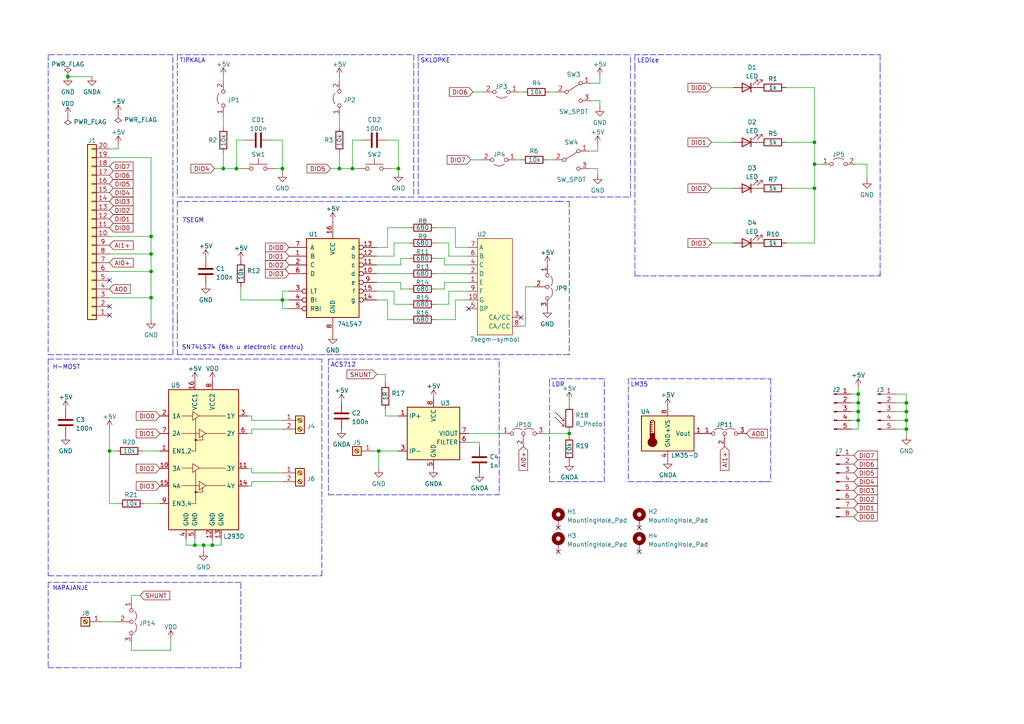
<source format=kicad_sch>
(kicad_sch (version 20211123) (generator eeschema)
  (paper "A4")
  (title_block (title "myDAQExpansionBoard") (date "2022-07-24") (rev "1") (company "TVZ"))
  (junction (at 59.055 158.115))
  (junction (at 248.92 116.84))
  (junction (at 56.515 158.115))
  (junction (at 248.92 114.3))
  (junction (at 61.595 158.115))
  (junction (at 262.89 124.46))
  (junction (at 236.22 47.625))
  (junction (at 262.89 121.92))
  (junction (at 109.855 130.81))
  (junction (at 68.58 48.895))
  (junction (at 115.57 48.895))
  (junction (at 81.915 48.895))
  (junction (at 236.22 54.61))
  (junction (at 102.235 48.895))
  (junction (at 165.1 125.73))
  (junction (at 31.75 130.81))
  (junction (at 236.22 41.275))
  (junction (at 248.92 121.92))
  (junction (at 262.89 119.38))
  (junction (at 19.685 22.225))
  (junction (at 43.815 73.66))
  (junction (at 81.915 86.995))
  (junction (at 43.815 78.74))
  (junction (at 43.815 86.36))
  (junction (at 64.77 48.895))
  (junction (at 262.89 116.84))
  (junction (at 98.425 48.895))
  (junction (at 248.92 119.38))
  (junction (at 43.815 68.58))
  (no_connect (at 151.13 92.075))
  (no_connect (at 185.42 153.035))
  (no_connect (at 135.89 89.535))
  (no_connect (at 31.75 88.9))
  (no_connect (at 31.75 81.28))
  (no_connect (at 31.75 91.44))
  (no_connect (at 185.42 160.02))
  (no_connect (at 161.925 153.035))
  (no_connect (at 161.925 160.02))
  (wire (pts (xy 43.815 86.36) (xy 43.815 78.74)))
  (wire (pts (xy 236.22 54.61) (xy 236.22 47.625)))
  (wire (pts (xy 62.23 48.895) (xy 64.77 48.895)))
  (wire (pts (xy 80.01 48.895) (xy 81.915 48.895)))
  (wire (pts (xy 251.46 47.625) (xy 248.285 47.625)))
  (wire (pts (xy 112.395 40.64) (xy 115.57 40.64)))
  (wire (pts (xy 259.715 121.92) (xy 262.89 121.92)))
  (polyline (pts (xy 165.1 102.87) (xy 51.435 102.87)))
  (wire (pts (xy 31.75 124.46) (xy 31.75 130.81)))
  (polyline (pts (xy 220.345 109.855) (xy 223.52 109.855)))
  (wire (pts (xy 137.16 26.67) (xy 140.335 26.67)))
  (wire (pts (xy 81.915 86.995) (xy 69.85 86.995)))
  (wire (pts (xy 238.125 47.625) (xy 236.22 47.625)))
  (wire (pts (xy 115.57 40.64) (xy 115.57 48.895)))
  (wire (pts (xy 31.75 43.18) (xy 34.29 43.18)))
  (polyline (pts (xy 51.435 15.875) (xy 120.015 15.875)))
  (wire (pts (xy 128.905 81.915) (xy 128.905 83.82)))
  (wire (pts (xy 158.75 46.355) (xy 160.655 46.355)))
  (wire (pts (xy 126.365 79.375) (xy 135.89 79.375)))
  (wire (pts (xy 236.22 47.625) (xy 236.22 41.275)))
  (polyline (pts (xy 121.285 57.15) (xy 182.88 57.15)))
  (polyline (pts (xy 51.435 58.42) (xy 51.435 93.98)))
  (wire (pts (xy 112.395 86.995) (xy 109.22 86.995)))
  (wire (pts (xy 248.92 114.3) (xy 248.92 116.84)))
  (polyline (pts (xy 69.85 193.675) (xy 69.85 168.91)))
  (wire (pts (xy 135.89 125.73) (xy 145.415 125.73)))
  (wire (pts (xy 149.86 46.355) (xy 151.13 46.355)))
  (polyline (pts (xy 184.15 80.01) (xy 233.68 80.01)))
  (wire (pts (xy 73.025 121.92) (xy 81.915 121.92)))
  (wire (pts (xy 118.745 92.71) (xy 112.395 92.71)))
  (polyline (pts (xy 13.97 102.87) (xy 50.165 102.87)))
  (wire (pts (xy 114.3 70.485) (xy 114.3 74.295)))
  (wire (pts (xy 116.205 83.82) (xy 116.205 81.915)))
  (wire (pts (xy 68.58 48.895) (xy 69.85 48.895)))
  (wire (pts (xy 109.22 108.585) (xy 111.76 108.585)))
  (wire (pts (xy 31.75 68.58) (xy 43.815 68.58)))
  (polyline (pts (xy 184.15 15.875) (xy 184.15 19.05)))
  (wire (pts (xy 81.915 84.455) (xy 81.915 86.995)))
  (polyline (pts (xy 121.285 15.875) (xy 121.285 57.15)))
  (polyline (pts (xy 13.97 193.675) (xy 52.07 193.675)))
  (polyline (pts (xy 223.52 109.855) (xy 223.52 139.7)))
  (wire (pts (xy 19.685 22.225) (xy 26.67 22.225)))
  (polyline (pts (xy 175.26 139.7) (xy 175.26 109.855)))
  (wire (pts (xy 154.94 83.185) (xy 152.4 83.185)))
  (wire (pts (xy 118.745 70.485) (xy 114.3 70.485)))
  (wire (pts (xy 31.75 78.74) (xy 43.815 78.74)))
  (wire (pts (xy 102.235 40.64) (xy 102.235 48.895)))
  (wire (pts (xy 173.99 31.115) (xy 173.99 29.21)))
  (wire (pts (xy 152.4 94.615) (xy 151.13 94.615)))
  (wire (pts (xy 116.205 81.915) (xy 109.22 81.915)))
  (wire (pts (xy 98.425 22.225) (xy 98.425 23.495)))
  (wire (pts (xy 132.08 66.04) (xy 126.365 66.04)))
  (polyline (pts (xy 121.285 15.875) (xy 182.88 15.875)))
  (wire (pts (xy 98.425 33.655) (xy 98.425 36.83)))
  (wire (pts (xy 173.99 29.21) (xy 171.45 29.21)))
  (polyline (pts (xy 144.78 133.985) (xy 144.78 104.14)))
  (wire (pts (xy 43.815 73.66) (xy 43.815 68.58)))
  (wire (pts (xy 112.395 66.04) (xy 112.395 71.755)))
  (wire (pts (xy 139.065 128.27) (xy 139.065 129.54)))
  (wire (pts (xy 248.92 121.92) (xy 248.92 124.46)))
  (wire (pts (xy 259.715 119.38) (xy 262.89 119.38)))
  (wire (pts (xy 247.015 114.3) (xy 248.92 114.3)))
  (wire (pts (xy 206.375 25.4) (xy 212.725 25.4)))
  (wire (pts (xy 115.57 50.165) (xy 115.57 48.895)))
  (wire (pts (xy 34.29 146.05) (xy 31.75 146.05)))
  (wire (pts (xy 41.91 146.05) (xy 46.355 146.05)))
  (wire (pts (xy 102.235 40.64) (xy 104.775 40.64)))
  (wire (pts (xy 135.89 76.835) (xy 128.905 76.835)))
  (wire (pts (xy 78.74 40.64) (xy 81.915 40.64)))
  (wire (pts (xy 262.89 126.365) (xy 262.89 124.46)))
  (wire (pts (xy 43.815 78.74) (xy 43.815 73.66)))
  (wire (pts (xy 95.885 48.895) (xy 98.425 48.895)))
  (wire (pts (xy 98.425 48.895) (xy 102.235 48.895)))
  (wire (pts (xy 73.025 135.89) (xy 73.025 137.16)))
  (wire (pts (xy 111.76 120.65) (xy 111.76 118.745)))
  (wire (pts (xy 130.175 88.265) (xy 126.365 88.265)))
  (polyline (pts (xy 159.385 110.49) (xy 159.385 139.7)))
  (wire (pts (xy 128.905 76.835) (xy 128.905 74.93)))
  (wire (pts (xy 259.715 116.84) (xy 262.89 116.84)))
  (wire (pts (xy 135.89 74.295) (xy 130.175 74.295)))
  (polyline (pts (xy 212.09 109.855) (xy 182.245 109.855)))
  (wire (pts (xy 247.015 116.84) (xy 248.92 116.84)))
  (wire (pts (xy 248.92 116.84) (xy 248.92 119.38)))
  (wire (pts (xy 49.53 188.595) (xy 49.53 185.42)))
  (wire (pts (xy 69.85 83.185) (xy 69.85 86.995)))
  (wire (pts (xy 206.375 70.485) (xy 212.725 70.485)))
  (wire (pts (xy 73.025 125.73) (xy 73.025 124.46)))
  (polyline (pts (xy 93.345 167.005) (xy 93.345 104.14)))
  (wire (pts (xy 68.58 40.64) (xy 71.12 40.64)))
  (wire (pts (xy 118.745 88.265) (xy 114.3 88.265)))
  (wire (pts (xy 73.025 140.97) (xy 71.755 140.97)))
  (wire (pts (xy 109.22 79.375) (xy 118.745 79.375)))
  (polyline (pts (xy 221.615 139.7) (xy 211.455 139.7)))
  (wire (pts (xy 165.1 116.205) (xy 165.1 117.475)))
  (wire (pts (xy 247.015 119.38) (xy 248.92 119.38)))
  (wire (pts (xy 31.75 130.81) (xy 31.75 146.05)))
  (wire (pts (xy 248.92 112.395) (xy 248.92 114.3)))
  (wire (pts (xy 152.4 83.185) (xy 152.4 94.615)))
  (polyline (pts (xy 175.26 109.855) (xy 159.385 109.855)))
  (wire (pts (xy 81.915 48.895) (xy 81.915 50.165)))
  (wire (pts (xy 114.3 84.455) (xy 109.22 84.455)))
  (wire (pts (xy 68.58 40.64) (xy 68.58 48.895)))
  (wire (pts (xy 116.205 76.835) (xy 109.22 76.835)))
  (wire (pts (xy 38.1 188.595) (xy 49.53 188.595)))
  (polyline (pts (xy 190.5 139.7) (xy 212.09 139.7)))
  (wire (pts (xy 64.77 48.895) (xy 68.58 48.895)))
  (wire (pts (xy 73.025 120.65) (xy 71.755 120.65)))
  (wire (pts (xy 115.57 120.65) (xy 111.76 120.65)))
  (wire (pts (xy 262.89 124.46) (xy 262.89 121.92)))
  (wire (pts (xy 227.965 41.275) (xy 236.22 41.275)))
  (wire (pts (xy 73.025 139.7) (xy 73.025 140.97)))
  (polyline (pts (xy 93.345 104.14) (xy 13.97 104.14)))
  (wire (pts (xy 128.905 74.93) (xy 126.365 74.93)))
  (wire (pts (xy 136.525 46.355) (xy 139.7 46.355)))
  (wire (pts (xy 135.89 71.755) (xy 132.08 71.755)))
  (wire (pts (xy 64.135 158.115) (xy 64.135 156.21)))
  (polyline (pts (xy 233.68 15.875) (xy 255.27 15.875)))
  (wire (pts (xy 108.585 130.81) (xy 109.855 130.81)))
  (polyline (pts (xy 161.925 58.42) (xy 165.1 58.42)))
  (polyline (pts (xy 144.78 133.985) (xy 144.78 143.51)))
  (wire (pts (xy 81.915 89.535) (xy 81.915 86.995)))
  (polyline (pts (xy 50.165 15.875) (xy 13.97 15.875)))
  (wire (pts (xy 98.425 48.895) (xy 98.425 44.45)))
  (wire (pts (xy 73.025 121.92) (xy 73.025 120.65)))
  (wire (pts (xy 31.75 86.36) (xy 43.815 86.36)))
  (wire (pts (xy 171.45 24.13) (xy 173.99 24.13)))
  (wire (pts (xy 53.975 158.115) (xy 56.515 158.115)))
  (polyline (pts (xy 120.015 57.15) (xy 51.435 57.15)))
  (wire (pts (xy 128.905 83.82) (xy 126.365 83.82)))
  (wire (pts (xy 165.1 125.095) (xy 165.1 125.73)))
  (wire (pts (xy 71.755 135.89) (xy 73.025 135.89)))
  (wire (pts (xy 81.915 86.995) (xy 83.82 86.995)))
  (polyline (pts (xy 255.27 19.05) (xy 255.27 80.01)))
  (wire (pts (xy 43.815 68.58) (xy 43.815 45.72)))
  (polyline (pts (xy 13.97 168.91) (xy 13.97 193.675)))
  (wire (pts (xy 71.755 125.73) (xy 73.025 125.73)))
  (wire (pts (xy 59.055 158.115) (xy 59.055 160.02)))
  (wire (pts (xy 112.395 92.71) (xy 112.395 86.995)))
  (polyline (pts (xy 159.385 139.7) (xy 175.26 139.7)))
  (polyline (pts (xy 58.42 167.005) (xy 93.345 167.005)))
  (polyline (pts (xy 95.25 143.51) (xy 144.78 143.51)))
  (wire (pts (xy 56.515 158.115) (xy 59.055 158.115)))
  (polyline (pts (xy 165.1 58.42) (xy 165.1 93.98)))
  (wire (pts (xy 109.855 130.81) (xy 115.57 130.81)))
  (wire (pts (xy 31.75 73.66) (xy 43.815 73.66)))
  (wire (pts (xy 114.3 74.295) (xy 109.22 74.295)))
  (polyline (pts (xy 165.1 93.345) (xy 165.1 102.87)))
  (wire (pts (xy 38.1 186.69) (xy 38.1 188.595)))
  (wire (pts (xy 81.915 40.64) (xy 81.915 48.895)))
  (wire (pts (xy 56.515 156.21) (xy 56.515 158.115)))
  (wire (pts (xy 38.1 172.72) (xy 40.64 172.72)))
  (wire (pts (xy 247.015 121.92) (xy 248.92 121.92)))
  (polyline (pts (xy 144.78 104.14) (xy 95.25 104.14)))
  (wire (pts (xy 53.975 156.21) (xy 53.975 158.115)))
  (wire (pts (xy 132.08 71.755) (xy 132.08 66.04)))
  (wire (pts (xy 64.77 48.895) (xy 64.77 44.45)))
  (wire (pts (xy 130.175 70.485) (xy 126.365 70.485)))
  (wire (pts (xy 130.175 84.455) (xy 130.175 88.265)))
  (wire (pts (xy 227.965 54.61) (xy 236.22 54.61)))
  (wire (pts (xy 236.22 54.61) (xy 236.22 70.485)))
  (wire (pts (xy 248.92 124.46) (xy 247.015 124.46)))
  (wire (pts (xy 102.235 48.895) (xy 103.505 48.895)))
  (wire (pts (xy 259.715 124.46) (xy 262.89 124.46)))
  (wire (pts (xy 83.82 84.455) (xy 81.915 84.455)))
  (wire (pts (xy 38.1 172.72) (xy 38.1 173.99)))
  (wire (pts (xy 158.115 125.73) (xy 165.1 125.73)))
  (wire (pts (xy 262.89 119.38) (xy 262.89 116.84)))
  (polyline (pts (xy 255.27 15.875) (xy 255.27 19.05)))
  (wire (pts (xy 130.175 74.295) (xy 130.175 70.485)))
  (polyline (pts (xy 255.27 80.01) (xy 255.27 79.375)))
  (wire (pts (xy 112.395 71.755) (xy 109.22 71.755)))
  (wire (pts (xy 109.855 130.81) (xy 109.855 135.89)))
  (polyline (pts (xy 13.97 167.005) (xy 59.055 167.005)))
  (wire (pts (xy 59.055 158.115) (xy 61.595 158.115)))
  (polyline (pts (xy 223.52 139.7) (xy 220.345 139.7)))
  (wire (pts (xy 64.77 33.655) (xy 64.77 36.83)))
  (polyline (pts (xy 13.97 104.14) (xy 13.97 167.005)))
  (wire (pts (xy 114.3 88.265) (xy 114.3 84.455)))
  (polyline (pts (xy 233.68 15.875) (xy 184.15 15.875)))
  (polyline (pts (xy 182.88 57.15) (xy 182.88 15.875)))
  (polyline (pts (xy 182.245 109.855) (xy 182.245 139.7)))
  (wire (pts (xy 73.025 124.46) (xy 81.915 124.46)))
  (polyline (pts (xy 52.07 193.675) (xy 69.85 193.675)))
  (wire (pts (xy 135.89 86.995) (xy 132.08 86.995)))
  (polyline (pts (xy 159.385 109.855) (xy 159.385 110.49)))
  (wire (pts (xy 236.22 70.485) (xy 227.965 70.485)))
  (wire (pts (xy 206.375 54.61) (xy 212.725 54.61)))
  (polyline (pts (xy 95.25 104.14) (xy 95.25 143.51)))
  (wire (pts (xy 248.92 119.38) (xy 248.92 121.92)))
  (polyline (pts (xy 182.245 139.7) (xy 192.405 139.7)))
  (wire (pts (xy 173.355 50.8) (xy 173.355 48.895)))
  (wire (pts (xy 41.275 130.81) (xy 46.355 130.81)))
  (polyline (pts (xy 50.165 102.87) (xy 50.165 15.875)))
  (wire (pts (xy 170.815 43.815) (xy 173.355 43.815)))
  (wire (pts (xy 34.29 43.18) (xy 34.29 41.91)))
  (polyline (pts (xy 211.455 109.855) (xy 221.615 109.855)))
  (wire (pts (xy 43.815 92.71) (xy 43.815 86.36)))
  (wire (pts (xy 262.89 121.92) (xy 262.89 119.38)))
  (wire (pts (xy 61.595 156.21) (xy 61.595 158.115)))
  (wire (pts (xy 135.89 84.455) (xy 130.175 84.455)))
  (wire (pts (xy 262.89 114.3) (xy 259.715 114.3)))
  (wire (pts (xy 81.915 139.7) (xy 73.025 139.7)))
  (wire (pts (xy 73.025 137.16) (xy 81.915 137.16)))
  (wire (pts (xy 33.655 130.81) (xy 31.75 130.81)))
  (wire (pts (xy 135.89 81.915) (xy 128.905 81.915)))
  (wire (pts (xy 173.99 24.13) (xy 173.99 22.225)))
  (wire (pts (xy 118.745 83.82) (xy 116.205 83.82)))
  (wire (pts (xy 251.46 52.07) (xy 251.46 47.625)))
  (polyline (pts (xy 51.435 102.87) (xy 51.435 92.075)))
  (polyline (pts (xy 233.68 80.01) (xy 255.27 80.01)))
  (wire (pts (xy 236.22 41.275) (xy 236.22 25.4)))
  (wire (pts (xy 132.08 86.995) (xy 132.08 92.71)))
  (wire (pts (xy 132.08 92.71) (xy 126.365 92.71)))
  (wire (pts (xy 29.845 180.34) (xy 34.29 180.34)))
  (wire (pts (xy 150.495 26.67) (xy 151.765 26.67)))
  (polyline (pts (xy 51.435 15.875) (xy 51.435 57.15)))
  (polyline (pts (xy 69.85 168.91) (xy 13.97 168.91)))
  (wire (pts (xy 118.745 74.93) (xy 116.205 74.93)))
  (wire (pts (xy 83.82 89.535) (xy 81.915 89.535)))
  (wire (pts (xy 43.815 45.72) (xy 31.75 45.72)))
  (wire (pts (xy 173.355 43.815) (xy 173.355 41.91)))
  (wire (pts (xy 135.89 128.27) (xy 139.065 128.27)))
  (wire (pts (xy 61.595 158.115) (xy 64.135 158.115)))
  (polyline (pts (xy 184.15 19.05) (xy 184.15 80.01)))
  (wire (pts (xy 116.205 74.93) (xy 116.205 76.835)))
  (wire (pts (xy 173.355 48.895) (xy 170.815 48.895)))
  (wire (pts (xy 236.22 25.4) (xy 227.965 25.4)))
  (polyline (pts (xy 13.97 15.875) (xy 13.97 102.87)))
  (wire (pts (xy 111.76 108.585) (xy 111.76 111.125)))
  (wire (pts (xy 159.385 26.67) (xy 161.29 26.67)))
  (wire (pts (xy 206.375 41.275) (xy 212.725 41.275)))
  (polyline (pts (xy 162.56 58.42) (xy 51.435 58.42)))
  (wire (pts (xy 118.745 66.04) (xy 112.395 66.04)))
  (wire (pts (xy 262.89 116.84) (xy 262.89 114.3)))
  (wire (pts (xy 165.1 125.73) (xy 165.1 126.365)))
  (wire (pts (xy 113.665 48.895) (xy 115.57 48.895)))
  (wire (pts (xy 64.77 22.225) (xy 64.77 23.495)))
  (polyline (pts (xy 120.015 15.875) (xy 120.015 57.15)))
  (text "TO-DO:\n- potenciometar s kondenzatorom\n- hmost kondenzatori\n- smanjiti silkscreen konektora za stepper\n- da li je redosljed izlaza hmosta dobar?\n- dioda za reverse polarity protection\n- ne treba odvojiti gnd, samo udaljiti analogni od digitalnog dijela\n- sklopka: dolje napajanje gore GND\n- ukrasiti legendu korisnim informacijama i oblicima\n- provjeriti cijelu shemu\n- tvz logo, jk logo, JLCJLCJLCJLC, gmail adresa\n- na pločici zaljepiti kaptoj traku ispod shunta\n\nDONE:\n- 2 tipkala i pritezni otpornici (2 jumpera za pull up) - DIO 4,5\n- 2 sklopke i pritezni otpornici (2 jumpera za pull up) - DIO 6,7\n- 4 LEDice - DIO 0,1,2,3\n- IC za 7.segm zaslon - DIO 0,1,2\n- LDR - AIO\n- LM35 - AI1\n- shunt i priključnice\n- acs712, AI0\n- L293D 4 digitalna izlaza, DIP s profi podnožjem\n- staviti 1x05 strip za GND\n- staviti 1x05 strip za +5V" (at 302.26 94.615 0) (effects (font (size 1.27 1.27)) (justify left bottom)))
  (text "SN74LS74 (6kn u electronic centru)" (at 52.705 101.6 0) (effects (font (size 1.27 1.27)) (justify left bottom)))
  (text "LM35" (at 182.88 112.395 0) (effects (font (size 1.27 1.27)) (justify left bottom)))
  (text "7SEGM" (at 52.705 64.77 0) (effects (font (size 1.27 1.27)) (justify left bottom)))
  (text "ACS712" (at 95.885 106.68 0) (effects (font (size 1.27 1.27)) (justify left bottom)))
  (text "NAPAJANJE" (at 15.24 171.45 0) (effects (font (size 1.27 1.27)) (justify left bottom)))
  (text "TIPKALA" (at 52.07 18.415 0) (effects (font (size 1.27 1.27)) (justify left bottom)))
  (text "H-MOST" (at 15.24 107.315 0) (effects (font (size 1.27 1.27)) (justify left bottom)))
  (text "LDR" (at 160.02 112.395 0) (effects (font (size 1.27 1.27)) (justify left bottom)))
  (text "LEDice" (at 184.785 18.415 0) (effects (font (size 1.27 1.27)) (justify left bottom)))
  (text "SKLOPKE" (at 121.92 18.415 0) (effects (font (size 1.27 1.27)) (justify left bottom)))
  (global_label "DIO5" (shape input) (at 95.885 48.895 180) (property "Intersheet References" "${INTERSHEET_REFS}" (effects hide)))
  (global_label "DIO3" (shape input) (at 83.82 79.375 180) (property "Intersheet References" "${INTERSHEET_REFS}" (effects hide)))
  (global_label "DIO1" (shape input) (at 46.355 125.73 180) (property "Intersheet References" "${INTERSHEET_REFS}" (effects hide)))
  (global_label "DIO2" (shape input) (at 46.355 135.89 180) (property "Intersheet References" "${INTERSHEET_REFS}" (effects hide)))
  (global_label "DIO1" (shape input) (at 83.82 74.295 180) (property "Intersheet References" "${INTERSHEET_REFS}" (effects hide)))
  (global_label "AI1+" (shape input) (at 31.75 71.12 0) (property "Intersheet References" "${INTERSHEET_REFS}" (effects hide)))
  (global_label "DIO3" (shape input) (at 46.355 140.97 180) (property "Intersheet References" "${INTERSHEET_REFS}" (effects hide)))
  (global_label "AI0+" (shape input) (at 31.75 76.2 0) (property "Intersheet References" "${INTERSHEET_REFS}" (effects hide)))
  (global_label "DIO1" (shape input) (at 206.375 41.275 180) (property "Intersheet References" "${INTERSHEET_REFS}" (effects hide)))
  (global_label "DIO0" (shape input) (at 46.355 120.65 180) (property "Intersheet References" "${INTERSHEET_REFS}" (effects hide)))
  (global_label "DIO7" (shape input) (at 247.65 132.08 0) (property "Intersheet References" "${INTERSHEET_REFS}" (effects hide)))
  (global_label "DIO2" (shape input) (at 247.65 144.78 0) (property "Intersheet References" "${INTERSHEET_REFS}" (effects hide)))
  (global_label "DIO4" (shape input) (at 62.23 48.895 180) (property "Intersheet References" "${INTERSHEET_REFS}" (effects hide)))
  (global_label "SHUNT" (shape input) (at 109.22 108.585 180) (property "Intersheet References" "${INTERSHEET_REFS}" (effects hide)))
  (global_label "AI0+" (shape input) (at 151.765 129.54 270) (property "Intersheet References" "${INTERSHEET_REFS}" (effects hide)))
  (global_label "DIO0" (shape input) (at 247.65 149.86 0) (property "Intersheet References" "${INTERSHEET_REFS}" (effects hide)))
  (global_label "DIO2" (shape input) (at 206.375 54.61 180) (property "Intersheet References" "${INTERSHEET_REFS}" (effects hide)))
  (global_label "DIO4" (shape input) (at 247.65 139.7 0) (property "Intersheet References" "${INTERSHEET_REFS}" (effects hide)))
  (global_label "DIO4" (shape input) (at 31.75 55.88 0) (property "Intersheet References" "${INTERSHEET_REFS}" (effects hide)))
  (global_label "AI1+" (shape input) (at 210.185 129.54 270) (property "Intersheet References" "${INTERSHEET_REFS}" (effects hide)))
  (global_label "DIO3" (shape input) (at 31.75 58.42 0) (property "Intersheet References" "${INTERSHEET_REFS}" (effects hide)))
  (global_label "DIO1" (shape input) (at 247.65 147.32 0) (property "Intersheet References" "${INTERSHEET_REFS}" (effects hide)))
  (global_label "DIO6" (shape input) (at 137.16 26.67 180) (property "Intersheet References" "${INTERSHEET_REFS}" (effects hide)))
  (global_label "DIO5" (shape input) (at 31.75 53.34 0) (property "Intersheet References" "${INTERSHEET_REFS}" (effects hide)))
  (global_label "DIO2" (shape input) (at 31.75 60.96 0) (property "Intersheet References" "${INTERSHEET_REFS}" (effects hide)))
  (global_label "DIO0" (shape input) (at 31.75 66.04 0) (property "Intersheet References" "${INTERSHEET_REFS}" (effects hide)))
  (global_label "DIO0" (shape input) (at 83.82 71.755 180) (property "Intersheet References" "${INTERSHEET_REFS}" (effects hide)))
  (global_label "DIO7" (shape input) (at 136.525 46.355 180) (property "Intersheet References" "${INTERSHEET_REFS}" (effects hide)))
  (global_label "AO0" (shape input) (at 31.75 83.82 0) (property "Intersheet References" "${INTERSHEET_REFS}" (effects hide)))
  (global_label "DIO1" (shape input) (at 31.75 63.5 0) (property "Intersheet References" "${INTERSHEET_REFS}" (effects hide)))
  (global_label "DIO0" (shape input) (at 206.375 25.4 180) (property "Intersheet References" "${INTERSHEET_REFS}" (effects hide)))
  (global_label "DIO7" (shape input) (at 31.75 48.26 0) (property "Intersheet References" "${INTERSHEET_REFS}" (effects hide)))
  (global_label "AO0" (shape input) (at 216.535 125.73 0) (property "Intersheet References" "${INTERSHEET_REFS}" (effects hide)))
  (global_label "DIO6" (shape input) (at 31.75 50.8 0) (property "Intersheet References" "${INTERSHEET_REFS}" (effects hide)))
  (global_label "DIO3" (shape input) (at 206.375 70.485 180) (property "Intersheet References" "${INTERSHEET_REFS}" (effects hide)))
  (global_label "SHUNT" (shape input) (at 40.64 172.72 0) (property "Intersheet References" "${INTERSHEET_REFS}" (effects hide)))
  (global_label "DIO5" (shape input) (at 247.65 137.16 0) (property "Intersheet References" "${INTERSHEET_REFS}" (effects hide)))
  (global_label "DIO6" (shape input) (at 247.65 134.62 0) (property "Intersheet References" "${INTERSHEET_REFS}" (effects hide)))
  (global_label "DIO2" (shape input) (at 83.82 76.835 180) (property "Intersheet References" "${INTERSHEET_REFS}" (effects hide)))
  (global_label "DIO3" (shape input) (at 247.65 142.24 0) (property "Intersheet References" "${INTERSHEET_REFS}" (effects hide)))
  (symbol (lib_id "Device:R") (at 224.155 54.61 90) (unit 1)
    (property "Reference" "R7" (at 224.155 52.07 90))
    (property "Value" "1k" (at 224.155 54.61 90))
    (property "Footprint" "Resistor_SMD:R_0603_1608Metric" (effects hide))
  )
  (symbol (lib_id "Device:LED") (at 216.535 25.4 180) (unit 1)
    (property "Reference" "D1" (at 218.1225 19.5412 0))
    (property "Value" "LED" (at 218.1225 22.0781 0))
    (property "Footprint" "LED_THT:LED_D5.0mm" (effects hide))
  )
  (symbol (lib_id "Device:R") (at 37.465 130.81 90) (unit 1)
    (property "Reference" "R20" (at 39.37 128.27 90) (effects (justify left)))
    (property "Value" "10k" (at 39.37 130.81 90) (effects (justify left)))
    (property "Footprint" "Resistor_SMD:R_0603_1608Metric" (effects hide))
  )
  (symbol (lib_id "power:+5V") (at 158.75 76.835 0) (unit 1)
    (property "Reference" "#PWR020" (effects hide))
    (property "Value" "+5V" (at 158.75 73.2592 0))
  )
  (symbol (lib_id "Driver_Motor:L293D") (at 59.055 135.89 0) (unit 1)
    (property "Reference" "U5" (at 49.53 111.76 0) (effects (justify left)))
    (property "Value" "L293D" (at 64.77 155.575 0) (effects (justify left)))
    (property "Footprint" "Package_DIP:DIP-16_W7.62mm" (effects hide))
    (property "Datasheet" "http://www.ti.com/lit/ds/symlink/l293.pdf" (effects hide))
  )
  (symbol (lib_id "Device:R") (at 64.77 40.64 0) (unit 1)
    (property "Reference" "R2" (at 60.325 40.64 0) (effects (justify left)))
    (property "Value" "10k" (at 64.77 42.545 90) (effects (justify left)))
    (property "Footprint" "Resistor_SMD:R_0603_1608Metric" (effects hide))
  )
  (symbol (lib_id "74xx:74LS47") (at 96.52 79.375 0) (unit 1)
    (property "Reference" "U1" (at 89.535 67.945 0) (effects (justify left)))
    (property "Value" "74LS47" (at 97.79 93.98 0) (effects (justify left)))
    (property "Footprint" "Package_DIP:DIP-16_W7.62mm" (effects hide))
    (property "Datasheet" "http://www.ti.com/lit/gpn/sn74LS47" (effects hide))
  )
  (symbol (lib_id "Symbols:7segm-symbol") (at 143.51 81.915 0) (unit 1)
    (property "Reference" "U2" (at 139.7 67.945 0))
    (property "Value" "7segm-symbol" (at 143.51 98.425 0))
    (property "Footprint" "Library:7segm-SA52" (effects hide))
  )
  (symbol (lib_id "Device:LED") (at 216.535 54.61 180) (unit 1)
    (property "Reference" "D3" (at 218.1225 48.7512 0))
    (property "Value" "LED" (at 218.1225 51.2881 0))
    (property "Footprint" "LED_THT:LED_D5.0mm" (effects hide))
  )
  (symbol (lib_id "Mechanical:MountingHole_Pad") (at 161.925 150.495 0) (unit 1)
    (property "Reference" "H1" (at 164.465 148.3903 0) (effects (justify left)))
    (property "Value" "MountingHole_Pad" (at 164.465 150.9272 0) (effects (justify left)))
    (property "Footprint" "MountingHole:MountingHole_3.2mm_M3_Pad_Via" (effects hide))
  )
  (symbol (lib_id "Device:C") (at 108.585 40.64 90) (unit 1)
    (property "Reference" "CD2" (at 108.585 34.7812 90))
    (property "Value" "100n" (at 108.585 37.3181 90))
    (property "Footprint" "Capacitor_SMD:C_0603_1608Metric" (effects hide))
  )
  (symbol (lib_id "Jumper:Jumper_3_Open") (at 151.765 125.73 0) (unit 1)
    (property "Reference" "JP10" (at 151.765 123.195 0))
    (property "Value" "Jumper_3_Open" (effects hide))
    (property "Footprint" "Connector_PinHeader_2.54mm:PinHeader_1x03_P2.54mm_Vertical" (effects hide))
  )
  (symbol (lib_id "Sensor_Current:ACS712xLCTR-05B") (at 125.73 125.73 0) (unit 1)
    (property "Reference" "U3" (at 127.7494 116.9472 0) (effects (justify left)))
    (property "Value" "ACS712xLCTR-05B" (effects hide))
    (property "Footprint" "Package_SO:SOIC-8_3.9x4.9mm_P1.27mm" (effects hide))
    (property "Datasheet" "http://www.allegromicro.com/~/media/Files/Datasheets/ACS712-Datasheet.ashx?la=en" (effects hide))
  )
  (symbol (lib_id "Connector:Screw_Terminal_01x01") (at 103.505 130.81 180) (unit 1)
    (property "Reference" "J5" (at 103.505 128.3772 0))
    (property "Value" "Screw_Terminal_01x01" (effects hide))
    (property "Footprint" "Library:DELTRON 4mm banana socket - black" (effects hide))
  )
  (symbol (lib_id "power:+5V") (at 19.05 118.745 0) (unit 1)
    (property "Reference" "#PWR032" (effects hide))
    (property "Value" "+5V" (at 19.05 115.1692 0))
  )
  (symbol (lib_id "Device:R") (at 122.555 66.04 90) (unit 1)
    (property "Reference" "R8" (at 122.555 64.135 90))
    (property "Value" "680" (at 122.555 66.04 90))
    (property "Footprint" "Resistor_SMD:R_0603_1608Metric" (effects hide))
  )
  (symbol (lib_id "Device:R") (at 98.425 40.64 0) (unit 1)
    (property "Reference" "R3" (at 93.98 40.64 0) (effects (justify left)))
    (property "Value" "10k" (at 98.425 42.545 90) (effects (justify left)))
    (property "Footprint" "Resistor_SMD:R_0603_1608Metric" (effects hide))
  )
  (symbol (lib_id "power:+5V") (at 34.29 41.91 0) (unit 1)
    (property "Reference" "#PWR09" (effects hide))
    (property "Value" "+5V" (at 34.29 38.3342 0))
  )
  (symbol (lib_id "Connector:Conn_01x05_Male") (at 254.635 119.38 0) (unit 1)
    (property "Reference" "J3" (at 255.27 113.061 0))
    (property "Value" "Conn_01x05_Male" (effects hide))
    (property "Footprint" "Connector_PinHeader_2.54mm:PinHeader_1x05_P2.54mm_Vertical" (effects hide))
  )
  (symbol (lib_id "power:GND") (at 59.69 82.55 0) (unit 1)
    (property "Reference" "#PWR021" (effects hide))
    (property "Value" "GND" (at 59.69 86.9934 0))
  )
  (symbol (lib_id "power:VDD") (at 19.685 33.655 0) (unit 1)
    (property "Reference" "#PWR08" (effects hide))
    (property "Value" "VDD" (at 19.685 30.0792 0))
  )
  (symbol (lib_id "Device:C") (at 139.065 133.35 0) (unit 1)
    (property "Reference" "C4" (at 141.986 132.5153 0) (effects (justify left)))
    (property "Value" "1n" (at 141.986 135.0522 0) (effects (justify left)))
    (property "Footprint" "Capacitor_SMD:C_0603_1608Metric" (effects hide))
  )
  (symbol (lib_id "Jumper:Jumper_2_Open") (at 145.415 26.67 180) (unit 1)
    (property "Reference" "JP3" (at 145.415 25.1262 0))
    (property "Value" "Jumper_2_Open" (effects hide))
    (property "Footprint" "Connector_PinHeader_2.54mm:PinHeader_1x02_P2.54mm_Vertical" (effects hide))
  )
  (symbol (lib_id "power:GND") (at 43.815 92.71 0) (unit 1)
    (property "Reference" "#PWR023" (effects hide))
    (property "Value" "GND" (at 43.815 97.1534 0))
  )
  (symbol (lib_id "Jumper:Jumper_2_Open") (at 243.205 47.625 0) (unit 1)
    (property "Reference" "JP5" (at 243.205 44.8112 0))
    (property "Value" "Jumper_2_Open" (effects hide))
    (property "Footprint" "Connector_PinHeader_2.54mm:PinHeader_1x02_P2.54mm_Vertical" (effects hide))
  )
  (symbol (lib_id "Device:R") (at 224.155 25.4 90) (unit 1)
    (property "Reference" "R1" (at 224.155 22.86 90))
    (property "Value" "1k" (at 224.155 25.4 90))
    (property "Footprint" "Resistor_SMD:R_0603_1608Metric" (effects hide))
  )
  (symbol (lib_id "power:+5V") (at 64.77 22.225 0) (unit 1)
    (property "Reference" "#PWR02" (effects hide))
    (property "Value" "+5V" (at 64.77 18.6492 0))
  )
  (symbol (lib_id "power:+5V") (at 31.75 124.46 0) (unit 1)
    (property "Reference" "#PWR033" (effects hide))
    (property "Value" "+5V" (at 31.75 120.8842 0))
  )
  (symbol (lib_id "power:+5V") (at 125.73 115.57 0) (unit 1)
    (property "Reference" "#PWR028" (effects hide))
    (property "Value" "+5V" (at 125.73 111.9942 0))
  )
  (symbol (lib_id "Device:R") (at 122.555 70.485 90) (unit 1)
    (property "Reference" "R9" (at 122.555 68.58 90))
    (property "Value" "680" (at 122.555 70.485 90))
    (property "Footprint" "Resistor_SMD:R_0603_1608Metric" (effects hide))
  )
  (symbol (lib_id "Sensor_Temperature:LM35-D") (at 193.675 125.73 0) (unit 1)
    (property "Reference" "U4" (at 188.595 119.38 0) (effects (justify right)))
    (property "Value" "LM35-D" (at 202.565 132.08 0) (effects (justify right)))
    (property "Footprint" "Package_SO:SOIC-8_3.9x4.9mm_P1.27mm" (effects hide))
    (property "Datasheet" "http://www.ti.com/lit/ds/symlink/lm35.pdf" (effects hide))
  )
  (symbol (lib_id "Switch:SW_Push") (at 108.585 48.895 0) (unit 1)
    (property "Reference" "SW2" (at 108.585 44.8112 0))
    (property "Value" "SW_Push" (effects hide))
    (property "Footprint" "Library:Omron_B3F-12x12mm" (effects hide))
  )
  (symbol (lib_id "power:GND") (at 81.915 50.165 0) (unit 1)
    (property "Reference" "#PWR011" (effects hide))
    (property "Value" "GND" (at 81.915 54.6084 0))
  )
  (symbol (lib_id "power:GND") (at 158.75 89.535 0) (unit 1)
    (property "Reference" "#PWR022" (effects hide))
    (property "Value" "GND" (at 158.75 93.9784 0))
  )
  (symbol (lib_id "power:GNDA") (at 26.67 22.225 0) (unit 1)
    (property "Reference" "#PWR0106" (effects hide))
    (property "Value" "GNDA" (at 26.67 26.6684 0))
  )
  (symbol (lib_id "Connector:Screw_Terminal_01x02") (at 86.995 121.92 0) (unit 1)
    (property "Reference" "J4" (at 89.027 123.6238 0) (effects (justify left)))
    (property "Value" "Screw_Terminal_01x02" (effects hide))
    (property "Footprint" "TerminalBlock_Phoenix:TerminalBlock_Phoenix_MKDS-1,5-2-5.08_1x02_P5.08mm_Horizontal" (effects hide))
  )
  (symbol (lib_id "Mechanical:MountingHole_Pad") (at 185.42 157.48 0) (unit 1)
    (property "Reference" "H4" (at 187.96 155.3753 0) (effects (justify left)))
    (property "Value" "MountingHole_Pad" (at 187.96 157.9122 0) (effects (justify left)))
    (property "Footprint" "MountingHole:MountingHole_3.2mm_M3_Pad_Via" (effects hide))
  )
  (symbol (lib_id "Connector:Screw_Terminal_01x01") (at 24.765 180.34 180) (unit 1)
    (property "Reference" "J8" (at 24.765 177.9072 0))
    (property "Value" "Screw_Terminal_01x01" (effects hide))
    (property "Footprint" "Library:DELTRON 4mm banana socket - red" (effects hide))
  )
  (symbol (lib_id "Jumper:Jumper_2_Open") (at 144.78 46.355 180) (unit 1)
    (property "Reference" "JP4" (at 144.78 44.8112 0))
    (property "Value" "Jumper_2_Open" (effects hide))
    (property "Footprint" "Connector_PinHeader_2.54mm:PinHeader_1x02_P2.54mm_Vertical" (effects hide))
  )
  (symbol (lib_id "power:+5V") (at 96.52 64.135 0) (unit 1)
    (property "Reference" "#PWR016" (effects hide))
    (property "Value" "+5V" (at 96.52 60.5592 0))
  )
  (symbol (lib_id "power:+5V") (at 69.85 75.565 0) (unit 1)
    (property "Reference" "#PWR019" (effects hide))
    (property "Value" "+5V" (at 69.85 71.9892 0))
  )
  (symbol (lib_id "Switch:SW_SPDT") (at 166.37 26.67 0) (unit 1)
    (property "Reference" "SW3" (at 166.37 21.59 0))
    (property "Value" "SW_SPDT" (at 166.37 32.385 0))
    (property "Footprint" "Library:we01014042" (effects hide))
  )
  (symbol (lib_id "Jumper:Jumper_3_Open") (at 38.1 180.34 270) (unit 1)
    (property "Reference" "JP14" (at 40.2342 180.7738 90) (effects (justify left)))
    (property "Value" "Jumper_3_Open" (effects hide))
    (property "Footprint" "Connector_PinHeader_2.54mm:PinHeader_1x03_P2.54mm_Vertical" (effects hide))
  )
  (symbol (lib_id "Device:R") (at 122.555 74.93 90) (unit 1)
    (property "Reference" "R11" (at 122.555 73.025 90))
    (property "Value" "680" (at 122.555 74.93 90))
    (property "Footprint" "Resistor_SMD:R_0603_1608Metric" (effects hide))
  )
  (symbol (lib_id "power:GND") (at 251.46 52.07 0) (unit 1)
    (property "Reference" "#PWR0110" (effects hide))
    (property "Value" "GND" (at 251.46 56.5134 0))
  )
  (symbol (lib_id "power:GNDA") (at 99.06 124.46 0) (unit 1)
    (property "Reference" "#PWR0104" (effects hide))
    (property "Value" "GNDA" (at 99.06 128.9034 0))
  )
  (symbol (lib_id "Jumper:Jumper_2_Open") (at 98.425 28.575 90) (unit 1)
    (property "Reference" "JP2" (at 99.568 29.0088 90) (effects (justify right)))
    (property "Value" "Jumper_2_Open" (effects hide))
    (property "Footprint" "Connector_PinHeader_2.54mm:PinHeader_1x02_P2.54mm_Vertical" (effects hide))
  )
  (symbol (lib_id "Mechanical:MountingHole_Pad") (at 161.925 157.48 0) (unit 1)
    (property "Reference" "H3" (at 164.465 155.3753 0) (effects (justify left)))
    (property "Value" "MountingHole_Pad" (at 164.465 157.9122 0) (effects (justify left)))
    (property "Footprint" "MountingHole:MountingHole_3.2mm_M3_Pad_Via" (effects hide))
  )
  (symbol (lib_id "power:GND") (at 109.855 135.89 0) (unit 1)
    (property "Reference" "#PWR0107" (effects hide))
    (property "Value" "GND" (at 109.855 140.3334 0))
  )
  (symbol (lib_id "power:GND") (at 262.89 126.365 0) (unit 1)
    (property "Reference" "#PWR036" (effects hide))
    (property "Value" "GND" (at 262.89 130.8084 0))
  )
  (symbol (lib_id "Mechanical:MountingHole_Pad") (at 185.42 150.495 0) (unit 1)
    (property "Reference" "H2" (at 187.96 148.3903 0) (effects (justify left)))
    (property "Value" "MountingHole_Pad" (at 187.96 150.9272 0) (effects (justify left)))
    (property "Footprint" "MountingHole:MountingHole_3.2mm_M3_Pad_Via" (effects hide))
  )
  (symbol (lib_id "power:GND") (at 19.05 126.365 0) (unit 1)
    (property "Reference" "#PWR035" (effects hide))
    (property "Value" "GND" (at 19.05 130.8084 0))
  )
  (symbol (lib_id "power:GND") (at 115.57 50.165 0) (unit 1)
    (property "Reference" "#PWR012" (effects hide))
    (property "Value" "GND" (at 115.57 54.6084 0))
  )
  (symbol (lib_id "Connector:Screw_Terminal_01x02") (at 86.995 137.16 0) (unit 1)
    (property "Reference" "J6" (at 89.027 138.8638 0) (effects (justify left)))
    (property "Value" "Screw_Terminal_01x02" (effects hide))
    (property "Footprint" "TerminalBlock_Phoenix:TerminalBlock_Phoenix_MKDS-1,5-2-5.08_1x02_P5.08mm_Horizontal" (effects hide))
  )
  (symbol (lib_id "Switch:SW_Push") (at 74.93 48.895 0) (unit 1)
    (property "Reference" "SW1" (at 74.93 44.8112 0))
    (property "Value" "SW_Push" (effects hide))
    (property "Footprint" "Library:Omron_B3F-12x12mm" (effects hide))
  )
  (symbol (lib_id "Connector_Generic:Conn_01x20") (at 26.67 68.58 180) (unit 1)
    (property "Reference" "J1" (at 26.67 40.7472 0))
    (property "Value" "OSTV7XX3151" (effects hide))
    (property "Footprint" "Library:OSTV7XX3151" (effects hide))
  )
  (symbol (lib_id "power:PWR_FLAG") (at 34.29 33.02 180) (unit 1)
    (property "Reference" "#FLG02" (effects hide))
    (property "Value" "PWR_FLAG" (at 35.941 34.7238 0) (effects (justify right)))
  )
  (symbol (lib_id "Device:R_Photo") (at 165.1 121.285 0) (unit 1)
    (property "Reference" "R18" (at 166.878 120.4503 0) (effects (justify left)))
    (property "Value" "R_Photo" (at 166.878 122.9872 0) (effects (justify left)))
    (property "Footprint" "OptoDevice:R_LDR_5.1x4.3mm_P3.4mm_Vertical" (effects hide))
  )
  (symbol (lib_id "power:GND") (at 173.99 31.115 0) (unit 1)
    (property "Reference" "#PWR013" (effects hide))
    (property "Value" "GND" (at 173.99 35.5584 0))
  )
  (symbol (lib_id "power:+5V") (at 59.69 74.93 0) (unit 1)
    (property "Reference" "#PWR018" (effects hide))
    (property "Value" "+5V" (at 59.69 71.3542 0))
  )
  (symbol (lib_id "power:+5V") (at 173.99 22.225 0) (unit 1)
    (property "Reference" "#PWR04" (effects hide))
    (property "Value" "+5V" (at 173.99 18.6492 0))
  )
  (symbol (lib_id "Jumper:Jumper_2_Open") (at 64.77 28.575 90) (unit 1)
    (property "Reference" "JP1" (at 65.913 29.0088 90) (effects (justify right)))
    (property "Value" "Jumper_2_Open" (effects hide))
    (property "Footprint" "Connector_PinHeader_2.54mm:PinHeader_1x02_P2.54mm_Vertical" (effects hide))
  )
  (symbol (lib_id "power:VDD") (at 49.53 185.42 0) (unit 1)
    (property "Reference" "#PWR045" (effects hide))
    (property "Value" "VDD" (at 49.53 181.8442 0))
  )
  (symbol (lib_id "Device:R") (at 122.555 92.71 90) (unit 1)
    (property "Reference" "R16" (at 122.555 90.805 90))
    (property "Value" "680" (at 122.555 92.71 90))
    (property "Footprint" "Resistor_SMD:R_0603_1608Metric" (effects hide))
  )
  (symbol (lib_id "power:+5V") (at 193.675 118.11 0) (unit 1)
    (property "Reference" "#PWR031" (effects hide))
    (property "Value" "+5V" (at 193.675 114.5342 0))
  )
  (symbol (lib_id "power:GNDA") (at 165.1 133.985 0) (unit 1)
    (property "Reference" "#PWR0101" (effects hide))
    (property "Value" "GNDA" (at 165.1 138.4284 0))
  )
  (symbol (lib_id "Jumper:Jumper_3_Open") (at 158.75 83.185 270) (unit 1)
    (property "Reference" "JP9" (at 160.8842 83.6188 90) (effects (justify left)))
    (property "Value" "Jumper_3_Open" (effects hide))
    (property "Footprint" "Connector_PinHeader_2.54mm:PinHeader_1x03_P2.54mm_Vertical" (effects hide))
  )
  (symbol (lib_id "power:+5V") (at 173.355 41.91 0) (unit 1)
    (property "Reference" "#PWR0108" (effects hide))
    (property "Value" "+5V" (at 173.355 38.3342 0))
  )
  (symbol (lib_id "Device:R") (at 69.85 79.375 0) (unit 1)
    (property "Reference" "R12" (at 71.628 78.5403 0) (effects (justify left)))
    (property "Value" "10k" (at 69.85 81.28 90) (effects (justify left)))
    (property "Footprint" "Resistor_SMD:R_0603_1608Metric" (effects hide))
  )
  (symbol (lib_id "Device:R") (at 122.555 79.375 90) (unit 1)
    (property "Reference" "R13" (at 122.555 77.47 90))
    (property "Value" "680" (at 122.555 79.375 90))
    (property "Footprint" "Resistor_SMD:R_0603_1608Metric" (effects hide))
  )
  (symbol (lib_id "Device:R") (at 224.155 70.485 90) (unit 1)
    (property "Reference" "R10" (at 224.155 67.945 90))
    (property "Value" "1k" (at 224.155 70.485 90))
    (property "Footprint" "Resistor_SMD:R_0603_1608Metric" (effects hide))
  )
  (symbol (lib_id "Device:R") (at 38.1 146.05 90) (unit 1)
    (property "Reference" "R21" (at 40.005 143.51 90) (effects (justify left)))
    (property "Value" "10k" (at 40.005 146.05 90) (effects (justify left)))
    (property "Footprint" "Resistor_SMD:R_0603_1608Metric" (effects hide))
  )
  (symbol (lib_id "Switch:SW_SPDT") (at 165.735 46.355 0) (unit 1)
    (property "Reference" "SW4" (at 165.735 41.275 0))
    (property "Value" "SW_SPDT" (at 165.735 52.07 0))
    (property "Footprint" "Library:we01014042" (effects hide))
  )
  (symbol (lib_id "Device:R") (at 224.155 41.275 90) (unit 1)
    (property "Reference" "R5" (at 224.155 38.735 90))
    (property "Value" "1k" (at 224.155 41.275 90))
    (property "Footprint" "Resistor_SMD:R_0603_1608Metric" (effects hide))
  )
  (symbol (lib_id "power:+5V") (at 248.92 112.395 0) (unit 1)
    (property "Reference" "#PWR027" (effects hide))
    (property "Value" "+5V" (at 248.92 108.8192 0))
  )
  (symbol (lib_id "power:+5V") (at 165.1 116.205 0) (unit 1)
    (property "Reference" "#PWR029" (effects hide))
    (property "Value" "+5V" (at 165.1 112.6292 0))
  )
  (symbol (lib_id "Jumper:Jumper_3_Open") (at 210.185 125.73 0) (unit 1)
    (property "Reference" "JP11" (at 210.185 123.195 0))
    (property "Value" "Jumper_3_Open" (effects hide))
    (property "Footprint" "Connector_PinHeader_2.54mm:PinHeader_1x03_P2.54mm_Vertical" (effects hide))
  )
  (symbol (lib_id "power:GND") (at 96.52 97.155 0) (unit 1)
    (property "Reference" "#PWR024" (effects hide))
    (property "Value" "GND" (at 96.52 101.6 0))
  )
  (symbol (lib_id "Device:LED") (at 216.535 70.485 180) (unit 1)
    (property "Reference" "D4" (at 218.1225 64.6262 0))
    (property "Value" "LED" (at 218.1225 67.1631 0))
    (property "Footprint" "LED_THT:LED_D5.0mm" (effects hide))
  )
  (symbol (lib_id "power:PWR_FLAG") (at 19.685 33.655 180) (unit 1)
    (property "Reference" "#FLG03" (effects hide))
    (property "Value" "PWR_FLAG" (at 21.336 35.3588 0) (effects (justify right)))
  )
  (symbol (lib_id "Device:R") (at 154.94 46.355 90) (unit 1)
    (property "Reference" "R6" (at 156.21 43.815 90) (effects (justify left)))
    (property "Value" "10k" (at 156.845 46.355 90) (effects (justify left)))
    (property "Footprint" "Resistor_SMD:R_0603_1608Metric" (effects hide))
  )
  (symbol (lib_id "power:GNDA") (at 139.065 137.16 0) (unit 1)
    (property "Reference" "#PWR0102" (effects hide))
    (property "Value" "GNDA" (at 139.065 141.6034 0))
  )
  (symbol (lib_id "power:GND") (at 173.355 50.8 0) (unit 1)
    (property "Reference" "#PWR0109" (effects hide))
    (property "Value" "GND" (at 173.355 55.2434 0))
  )
  (symbol (lib_id "power:VDD") (at 61.595 110.49 0) (unit 1)
    (property "Reference" "#PWR026" (effects hide))
    (property "Value" "VDD" (at 61.595 106.9142 0))
  )
  (symbol (lib_id "power:+5V") (at 98.425 22.225 0) (unit 1)
    (property "Reference" "#PWR03" (effects hide))
    (property "Value" "+5V" (at 98.425 18.6492 0))
  )
  (symbol (lib_id "power:+5V") (at 34.29 33.02 0) (unit 1)
    (property "Reference" "#PWR07" (effects hide))
    (property "Value" "+5V" (at 34.29 29.4442 0))
  )
  (symbol (lib_id "Device:C") (at 19.05 122.555 0) (unit 1)
    (property "Reference" "C3" (at 21.971 121.7203 0) (effects (justify left)))
    (property "Value" "100n" (at 21.971 124.2572 0) (effects (justify left)))
    (property "Footprint" "Capacitor_SMD:C_0603_1608Metric" (effects hide))
  )
  (symbol (lib_id "Device:C") (at 99.06 120.65 0) (unit 1)
    (property "Reference" "C2" (at 101.981 119.8153 0) (effects (justify left)))
    (property "Value" "100n" (at 101.981 122.3522 0) (effects (justify left)))
    (property "Footprint" "Capacitor_SMD:C_0603_1608Metric" (effects hide))
  )
  (symbol (lib_id "power:GNDA") (at 193.675 133.35 0) (unit 1)
    (property "Reference" "#PWR0103" (effects hide))
    (property "Value" "GNDA" (at 193.675 137.7934 0))
  )
  (symbol (lib_id "Device:R") (at 111.76 114.935 0) (unit 1)
    (property "Reference" "R17" (at 113.538 114.1003 0) (effects (justify left)))
    (property "Value" "1R" (at 111.76 116.205 90) (effects (justify left)))
    (property "Footprint" "Library:R_Axial_Power_L60.0mm_W14.0mm_P71.12mm" (effects hide))
  )
  (symbol (lib_id "power:PWR_FLAG") (at 19.685 22.225 0) (unit 1)
    (property "Reference" "#FLG01" (effects hide))
    (property "Value" "PWR_FLAG" (at 19.685 18.6492 0))
  )
  (symbol (lib_id "Connector:Conn_01x05_Male") (at 241.935 119.38 0) (unit 1)
    (property "Reference" "J2" (at 242.57 113.061 0))
    (property "Value" "Conn_01x05_Male" (effects hide))
    (property "Footprint" "Connector_PinHeader_2.54mm:PinHeader_1x05_P2.54mm_Vertical" (effects hide))
  )
  (symbol (lib_id "power:+5V") (at 56.515 110.49 0) (unit 1)
    (property "Reference" "#PWR025" (effects hide))
    (property "Value" "+5V" (at 56.515 106.9142 0))
  )
  (symbol (lib_id "power:GND") (at 19.685 22.225 0) (unit 1)
    (property "Reference" "#PWR01" (effects hide))
    (property "Value" "GND" (at 19.685 26.6684 0))
  )
  (symbol (lib_id "Device:C") (at 59.69 78.74 0) (unit 1)
    (property "Reference" "C1" (at 62.611 77.9053 0) (effects (justify left)))
    (property "Value" "100n" (at 62.611 80.4422 0) (effects (justify left)))
    (property "Footprint" "Capacitor_SMD:C_0603_1608Metric" (effects hide))
  )
  (symbol (lib_id "Device:C") (at 74.93 40.64 90) (unit 1)
    (property "Reference" "CD1" (at 74.93 34.7812 90))
    (property "Value" "100n" (at 74.93 37.3181 90))
    (property "Footprint" "Capacitor_SMD:C_0603_1608Metric" (effects hide))
  )
  (symbol (lib_id "Connector:Conn_01x08_Male") (at 242.57 139.7 0) (unit 1)
    (property "Reference" "J7" (at 243.205 130.841 0))
    (property "Value" "Conn_01x08_Male" (effects hide))
    (property "Footprint" "Connector_PinHeader_2.54mm:PinHeader_1x08_P2.54mm_Vertical" (effects hide))
  )
  (symbol (lib_id "Device:R") (at 122.555 88.265 90) (unit 1)
    (property "Reference" "R15" (at 122.555 86.36 90))
    (property "Value" "680" (at 122.555 88.265 90))
    (property "Footprint" "Resistor_SMD:R_0603_1608Metric" (effects hide))
  )
  (symbol (lib_id "Device:R") (at 165.1 130.175 0) (unit 1)
    (property "Reference" "R19" (at 166.878 129.3403 0) (effects (justify left)))
    (property "Value" "10k" (at 165.1 132.08 90) (effects (justify left)))
    (property "Footprint" "Resistor_SMD:R_0603_1608Metric" (effects hide))
  )
  (symbol (lib_id "Device:LED") (at 216.535 41.275 180) (unit 1)
    (property "Reference" "D2" (at 218.1225 35.4162 0))
    (property "Value" "LED" (at 218.1225 37.9531 0))
    (property "Footprint" "LED_THT:LED_D5.0mm" (effects hide))
  )
  (symbol (lib_id "power:GND") (at 59.055 160.02 0) (unit 1)
    (property "Reference" "#PWR044" (effects hide))
    (property "Value" "GND" (at 59.055 164.4634 0))
  )
  (symbol (lib_id "Device:R") (at 155.575 26.67 270) (unit 1)
    (property "Reference" "R4" (at 154.305 24.13 90) (effects (justify left)))
    (property "Value" "10k" (at 153.67 26.67 90) (effects (justify left)))
    (property "Footprint" "Resistor_SMD:R_0603_1608Metric" (effects hide))
  )
  (symbol (lib_id "Device:R") (at 122.555 83.82 90) (unit 1)
    (property "Reference" "R14" (at 122.555 81.915 90))
    (property "Value" "680" (at 122.555 83.82 90))
    (property "Footprint" "Resistor_SMD:R_0603_1608Metric" (effects hide))
  )
  (symbol (lib_id "power:+5V") (at 99.06 116.84 0) (unit 1)
    (property "Reference" "#PWR030" (effects hide))
    (property "Value" "+5V" (at 99.06 113.2642 0))
  )
  (symbol (lib_id "power:GNDA") (at 125.73 135.89 0) (unit 1)
    (property "Reference" "#PWR0105" (effects hide))
    (property "Value" "GNDA" (at 125.73 140.3334 0))
  )
)
</source>
